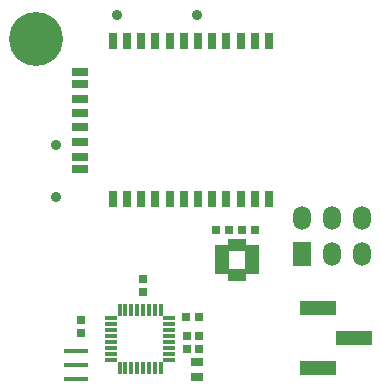
<source format=gts>
G04 (created by PCBNEW (2013-05-31 BZR 4019)-stable) date 7/3/2014 2:31:18 PM*
%MOIN*%
G04 Gerber Fmt 3.4, Leading zero omitted, Abs format*
%FSLAX34Y34*%
G01*
G70*
G90*
G04 APERTURE LIST*
%ADD10C,0.00590551*%
%ADD11R,0.0314961X0.0551181*%
%ADD12R,0.0551181X0.0314961*%
%ADD13C,0.0354*%
%ADD14C,0.18*%
%ADD15R,0.0484173X0.023811*%
%ADD16R,0.023811X0.0434961*%
%ADD17C,0.0354331*%
%ADD18R,0.0275X0.0315*%
%ADD19R,0.04X0.025*%
%ADD20R,0.0315X0.0275*%
%ADD21R,0.06X0.0787*%
%ADD22O,0.06X0.0787*%
%ADD23R,0.120079X0.05*%
%ADD24R,0.0787402X0.015748*%
%ADD25R,0.0388X0.0164*%
%ADD26R,0.0164X0.0388*%
G04 APERTURE END LIST*
G54D10*
G54D11*
X46279Y-16362D03*
X45807Y-16362D03*
X45334Y-16362D03*
X44862Y-16362D03*
X44390Y-16362D03*
X43917Y-16362D03*
X43445Y-16362D03*
X42972Y-16362D03*
X42500Y-16362D03*
X42027Y-16362D03*
X41555Y-16362D03*
X41082Y-16362D03*
X41082Y-21637D03*
X41555Y-21637D03*
X42027Y-21637D03*
X42500Y-21637D03*
X42972Y-21637D03*
X43445Y-21637D03*
X43917Y-21637D03*
X44390Y-21637D03*
X44862Y-21637D03*
X45334Y-21637D03*
X45807Y-21637D03*
X46279Y-21637D03*
G54D12*
X39980Y-20614D03*
X39980Y-20220D03*
X39980Y-19708D03*
X39980Y-19236D03*
X39980Y-18763D03*
X39980Y-18291D03*
X39980Y-17779D03*
X39980Y-17385D03*
G54D13*
X39175Y-21546D03*
X39175Y-19814D03*
G54D14*
X38520Y-16300D03*
G54D15*
X45726Y-24033D03*
X45726Y-23836D03*
X45726Y-23246D03*
X45726Y-23443D03*
X45726Y-23640D03*
X44713Y-23640D03*
X44713Y-23443D03*
X44713Y-23246D03*
X44713Y-23836D03*
X44713Y-24033D03*
G54D16*
X45220Y-23138D03*
X45220Y-24141D03*
X45023Y-23138D03*
X45416Y-23138D03*
X45023Y-24141D03*
X45416Y-24141D03*
G54D17*
X41221Y-15477D03*
X43898Y-15477D03*
G54D18*
X42100Y-24294D03*
X42100Y-24726D03*
G54D19*
X43880Y-27069D03*
X43880Y-27571D03*
G54D20*
X43956Y-25540D03*
X43524Y-25540D03*
G54D18*
X43940Y-26616D03*
X43940Y-26184D03*
X40030Y-26076D03*
X40030Y-25644D03*
G54D20*
X45384Y-22660D03*
X45816Y-22660D03*
X44504Y-22660D03*
X44936Y-22660D03*
G54D18*
X43560Y-26616D03*
X43560Y-26184D03*
G54D21*
X47390Y-23438D03*
G54D22*
X47390Y-22242D03*
X48390Y-23438D03*
X48390Y-22242D03*
X49390Y-23438D03*
X49390Y-22242D03*
G54D23*
X49120Y-26260D03*
X47919Y-27260D03*
X47919Y-25260D03*
G54D24*
X39840Y-27160D03*
X39840Y-26687D03*
X39840Y-27632D03*
G54D25*
X41016Y-25798D03*
X41016Y-25995D03*
X41016Y-26192D03*
X41016Y-26388D03*
X41016Y-26978D03*
G54D26*
X41302Y-27264D03*
X41498Y-27264D03*
X41695Y-27264D03*
X41892Y-27264D03*
X42088Y-27264D03*
X42285Y-27264D03*
G54D25*
X41016Y-25602D03*
G54D26*
X42482Y-27264D03*
X42678Y-27264D03*
G54D25*
X42964Y-26978D03*
X42964Y-26782D03*
X42964Y-26585D03*
X42964Y-26388D03*
X42964Y-26192D03*
X42964Y-25995D03*
X42964Y-25798D03*
X42964Y-25602D03*
G54D26*
X42678Y-25316D03*
X42482Y-25316D03*
X42285Y-25316D03*
X42088Y-25316D03*
G54D25*
X41016Y-26585D03*
X41016Y-26782D03*
G54D26*
X41892Y-25316D03*
X41695Y-25316D03*
X41498Y-25316D03*
X41302Y-25316D03*
M02*

</source>
